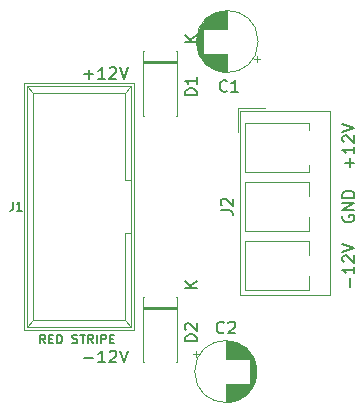
<source format=gbr>
%TF.GenerationSoftware,KiCad,Pcbnew,5.1.8-db9833491~87~ubuntu20.04.1*%
%TF.CreationDate,2020-11-21T13:57:41-05:00*%
%TF.ProjectId,powerbreakout,706f7765-7262-4726-9561-6b6f75742e6b,rev?*%
%TF.SameCoordinates,Original*%
%TF.FileFunction,Legend,Top*%
%TF.FilePolarity,Positive*%
%FSLAX46Y46*%
G04 Gerber Fmt 4.6, Leading zero omitted, Abs format (unit mm)*
G04 Created by KiCad (PCBNEW 5.1.8-db9833491~87~ubuntu20.04.1) date 2020-11-21 13:57:41*
%MOMM*%
%LPD*%
G01*
G04 APERTURE LIST*
%ADD10C,0.150000*%
%ADD11C,0.120000*%
G04 APERTURE END LIST*
D10*
X-1561785Y-11589285D02*
X-1811785Y-11232142D01*
X-1990357Y-11589285D02*
X-1990357Y-10839285D01*
X-1704642Y-10839285D01*
X-1633214Y-10875000D01*
X-1597500Y-10910714D01*
X-1561785Y-10982142D01*
X-1561785Y-11089285D01*
X-1597500Y-11160714D01*
X-1633214Y-11196428D01*
X-1704642Y-11232142D01*
X-1990357Y-11232142D01*
X-1240357Y-11196428D02*
X-990357Y-11196428D01*
X-883214Y-11589285D02*
X-1240357Y-11589285D01*
X-1240357Y-10839285D01*
X-883214Y-10839285D01*
X-561785Y-11589285D02*
X-561785Y-10839285D01*
X-383214Y-10839285D01*
X-276071Y-10875000D01*
X-204642Y-10946428D01*
X-168928Y-11017857D01*
X-133214Y-11160714D01*
X-133214Y-11267857D01*
X-168928Y-11410714D01*
X-204642Y-11482142D01*
X-276071Y-11553571D01*
X-383214Y-11589285D01*
X-561785Y-11589285D01*
X723928Y-11553571D02*
X831071Y-11589285D01*
X1009642Y-11589285D01*
X1081071Y-11553571D01*
X1116785Y-11517857D01*
X1152500Y-11446428D01*
X1152500Y-11375000D01*
X1116785Y-11303571D01*
X1081071Y-11267857D01*
X1009642Y-11232142D01*
X866785Y-11196428D01*
X795357Y-11160714D01*
X759642Y-11125000D01*
X723928Y-11053571D01*
X723928Y-10982142D01*
X759642Y-10910714D01*
X795357Y-10875000D01*
X866785Y-10839285D01*
X1045357Y-10839285D01*
X1152500Y-10875000D01*
X1366785Y-10839285D02*
X1795357Y-10839285D01*
X1581071Y-11589285D02*
X1581071Y-10839285D01*
X2473928Y-11589285D02*
X2223928Y-11232142D01*
X2045357Y-11589285D02*
X2045357Y-10839285D01*
X2331071Y-10839285D01*
X2402500Y-10875000D01*
X2438214Y-10910714D01*
X2473928Y-10982142D01*
X2473928Y-11089285D01*
X2438214Y-11160714D01*
X2402500Y-11196428D01*
X2331071Y-11232142D01*
X2045357Y-11232142D01*
X2795357Y-11589285D02*
X2795357Y-10839285D01*
X3152499Y-11589285D02*
X3152499Y-10839285D01*
X3438214Y-10839285D01*
X3509642Y-10875000D01*
X3545357Y-10910714D01*
X3581071Y-10982142D01*
X3581071Y-11089285D01*
X3545357Y-11160714D01*
X3509642Y-11196428D01*
X3438214Y-11232142D01*
X3152499Y-11232142D01*
X3902499Y-11196428D02*
X4152499Y-11196428D01*
X4259642Y-11589285D02*
X3902499Y-11589285D01*
X3902499Y-10839285D01*
X4259642Y-10839285D01*
X23630000Y-761904D02*
X23582380Y-857142D01*
X23582380Y-1000000D01*
X23630000Y-1142857D01*
X23725238Y-1238095D01*
X23820476Y-1285714D01*
X24010952Y-1333333D01*
X24153809Y-1333333D01*
X24344285Y-1285714D01*
X24439523Y-1238095D01*
X24534761Y-1142857D01*
X24582380Y-1000000D01*
X24582380Y-904761D01*
X24534761Y-761904D01*
X24487142Y-714285D01*
X24153809Y-714285D01*
X24153809Y-904761D01*
X24582380Y-285714D02*
X23582380Y-285714D01*
X24582380Y285714D01*
X23582380Y285714D01*
X24582380Y761904D02*
X23582380Y761904D01*
X23582380Y1000000D01*
X23630000Y1142857D01*
X23725238Y1238095D01*
X23820476Y1285714D01*
X24010952Y1333333D01*
X24153809Y1333333D01*
X24344285Y1285714D01*
X24439523Y1238095D01*
X24534761Y1142857D01*
X24582380Y1000000D01*
X24582380Y761904D01*
X24201428Y-6841904D02*
X24201428Y-6080000D01*
X24582380Y-5080000D02*
X24582380Y-5651428D01*
X24582380Y-5365714D02*
X23582380Y-5365714D01*
X23725238Y-5460952D01*
X23820476Y-5556190D01*
X23868095Y-5651428D01*
X23677619Y-4699047D02*
X23630000Y-4651428D01*
X23582380Y-4556190D01*
X23582380Y-4318095D01*
X23630000Y-4222857D01*
X23677619Y-4175238D01*
X23772857Y-4127619D01*
X23868095Y-4127619D01*
X24010952Y-4175238D01*
X24582380Y-4746666D01*
X24582380Y-4127619D01*
X23582380Y-3841904D02*
X24582380Y-3508571D01*
X23582380Y-3175238D01*
X24201428Y3318095D02*
X24201428Y4080000D01*
X24582380Y3699047D02*
X23820476Y3699047D01*
X24582380Y5080000D02*
X24582380Y4508571D01*
X24582380Y4794285D02*
X23582380Y4794285D01*
X23725238Y4699047D01*
X23820476Y4603809D01*
X23868095Y4508571D01*
X23677619Y5460952D02*
X23630000Y5508571D01*
X23582380Y5603809D01*
X23582380Y5841904D01*
X23630000Y5937142D01*
X23677619Y5984761D01*
X23772857Y6032380D01*
X23868095Y6032380D01*
X24010952Y5984761D01*
X24582380Y5413333D01*
X24582380Y6032380D01*
X23582380Y6318095D02*
X24582380Y6651428D01*
X23582380Y6984761D01*
D11*
%TO.C,J2*%
X14731000Y8300000D02*
X14731000Y6300000D01*
X17031000Y8300000D02*
X14731000Y8300000D01*
X20731000Y-7050000D02*
X15331000Y-7050000D01*
X20731000Y-2950000D02*
X15331000Y-2950000D01*
X15331000Y-2950000D02*
X15331000Y-7050000D01*
X20731000Y-5884000D02*
X20731000Y-7050000D01*
X20731000Y-2950000D02*
X20731000Y-4117000D01*
X20731000Y-2050000D02*
X15331000Y-2050000D01*
X20731000Y2050000D02*
X15331000Y2050000D01*
X15331000Y2050000D02*
X15331000Y-2050000D01*
X20731000Y-884000D02*
X20731000Y-2050000D01*
X20731000Y2050000D02*
X20731000Y883000D01*
X20731000Y2950000D02*
X15331000Y2950000D01*
X20731000Y7050000D02*
X15331000Y7050000D01*
X15331000Y7050000D02*
X15331000Y2950000D01*
X20731000Y3510000D02*
X20731000Y2950000D01*
X20731000Y7050000D02*
X20731000Y6490000D01*
X22531000Y-7500000D02*
X14931000Y-7500000D01*
X22531000Y8100000D02*
X14931000Y8100000D01*
X22531000Y8100000D02*
X22531000Y-7500000D01*
X14931000Y8100000D02*
X14931000Y-7500000D01*
%TO.C,J1*%
X-3405000Y-10430000D02*
X-3405000Y10430000D01*
X-3405000Y10430000D02*
X5945000Y10430000D01*
X5945000Y10430000D02*
X5945000Y-10430000D01*
X5945000Y-10430000D02*
X-3405000Y-10430000D01*
X5690000Y-10180000D02*
X-3160000Y-10180000D01*
X-3160000Y-10180000D02*
X-3160000Y10170000D01*
X-3160000Y10170000D02*
X5690000Y10170000D01*
X5690000Y10170000D02*
X5690000Y-10180000D01*
X5690000Y-10180000D02*
X5140000Y-9630000D01*
X5140000Y-9630000D02*
X-2610000Y-9630000D01*
X-2610000Y-9630000D02*
X-3160000Y-10180000D01*
X-2610000Y-9630000D02*
X-2610000Y9620000D01*
X-2610000Y9620000D02*
X-3160000Y10170000D01*
X-2610000Y9620000D02*
X5140000Y9620000D01*
X5140000Y9620000D02*
X5640000Y10120000D01*
X5140000Y9620000D02*
X5140000Y2270000D01*
X5140000Y2250000D02*
X5650000Y2250000D01*
X5640000Y-2250000D02*
X5160000Y-2250000D01*
X5140000Y-2250000D02*
X5140000Y-9630000D01*
%TO.C,D2*%
X9468000Y-7694000D02*
X9598000Y-7694000D01*
X9598000Y-7694000D02*
X9598000Y-13134000D01*
X9598000Y-13134000D02*
X9468000Y-13134000D01*
X6788000Y-7694000D02*
X6658000Y-7694000D01*
X6658000Y-7694000D02*
X6658000Y-13134000D01*
X6658000Y-13134000D02*
X6788000Y-13134000D01*
X9598000Y-8594000D02*
X6658000Y-8594000D01*
X9598000Y-8714000D02*
X6658000Y-8714000D01*
X9598000Y-8474000D02*
X6658000Y-8474000D01*
%TO.C,D1*%
X9468000Y13134000D02*
X9598000Y13134000D01*
X9598000Y13134000D02*
X9598000Y7694000D01*
X9598000Y7694000D02*
X9468000Y7694000D01*
X6788000Y13134000D02*
X6658000Y13134000D01*
X6658000Y13134000D02*
X6658000Y7694000D01*
X6658000Y7694000D02*
X6788000Y7694000D01*
X9598000Y12234000D02*
X6658000Y12234000D01*
X9598000Y12114000D02*
X6658000Y12114000D01*
X9598000Y12354000D02*
X6658000Y12354000D01*
%TO.C,C2*%
X16320000Y-13970000D02*
G75*
G03*
X16320000Y-13970000I-2620000J0D01*
G01*
X13700000Y-15010000D02*
X13700000Y-16550000D01*
X13700000Y-11390000D02*
X13700000Y-12930000D01*
X13740000Y-15010000D02*
X13740000Y-16550000D01*
X13740000Y-11390000D02*
X13740000Y-12930000D01*
X13780000Y-11391000D02*
X13780000Y-12930000D01*
X13780000Y-15010000D02*
X13780000Y-16549000D01*
X13820000Y-11392000D02*
X13820000Y-12930000D01*
X13820000Y-15010000D02*
X13820000Y-16548000D01*
X13860000Y-11394000D02*
X13860000Y-12930000D01*
X13860000Y-15010000D02*
X13860000Y-16546000D01*
X13900000Y-11397000D02*
X13900000Y-12930000D01*
X13900000Y-15010000D02*
X13900000Y-16543000D01*
X13940000Y-11401000D02*
X13940000Y-12930000D01*
X13940000Y-15010000D02*
X13940000Y-16539000D01*
X13980000Y-11405000D02*
X13980000Y-12930000D01*
X13980000Y-15010000D02*
X13980000Y-16535000D01*
X14020000Y-11409000D02*
X14020000Y-12930000D01*
X14020000Y-15010000D02*
X14020000Y-16531000D01*
X14060000Y-11414000D02*
X14060000Y-12930000D01*
X14060000Y-15010000D02*
X14060000Y-16526000D01*
X14100000Y-11420000D02*
X14100000Y-12930000D01*
X14100000Y-15010000D02*
X14100000Y-16520000D01*
X14140000Y-11427000D02*
X14140000Y-12930000D01*
X14140000Y-15010000D02*
X14140000Y-16513000D01*
X14180000Y-11434000D02*
X14180000Y-12930000D01*
X14180000Y-15010000D02*
X14180000Y-16506000D01*
X14220000Y-11442000D02*
X14220000Y-12930000D01*
X14220000Y-15010000D02*
X14220000Y-16498000D01*
X14260000Y-11450000D02*
X14260000Y-12930000D01*
X14260000Y-15010000D02*
X14260000Y-16490000D01*
X14300000Y-11459000D02*
X14300000Y-12930000D01*
X14300000Y-15010000D02*
X14300000Y-16481000D01*
X14340000Y-11469000D02*
X14340000Y-12930000D01*
X14340000Y-15010000D02*
X14340000Y-16471000D01*
X14380000Y-11479000D02*
X14380000Y-12930000D01*
X14380000Y-15010000D02*
X14380000Y-16461000D01*
X14421000Y-11490000D02*
X14421000Y-12930000D01*
X14421000Y-15010000D02*
X14421000Y-16450000D01*
X14461000Y-11502000D02*
X14461000Y-12930000D01*
X14461000Y-15010000D02*
X14461000Y-16438000D01*
X14501000Y-11515000D02*
X14501000Y-12930000D01*
X14501000Y-15010000D02*
X14501000Y-16425000D01*
X14541000Y-11528000D02*
X14541000Y-12930000D01*
X14541000Y-15010000D02*
X14541000Y-16412000D01*
X14581000Y-11542000D02*
X14581000Y-12930000D01*
X14581000Y-15010000D02*
X14581000Y-16398000D01*
X14621000Y-11556000D02*
X14621000Y-12930000D01*
X14621000Y-15010000D02*
X14621000Y-16384000D01*
X14661000Y-11572000D02*
X14661000Y-12930000D01*
X14661000Y-15010000D02*
X14661000Y-16368000D01*
X14701000Y-11588000D02*
X14701000Y-12930000D01*
X14701000Y-15010000D02*
X14701000Y-16352000D01*
X14741000Y-11605000D02*
X14741000Y-12930000D01*
X14741000Y-15010000D02*
X14741000Y-16335000D01*
X14781000Y-11622000D02*
X14781000Y-12930000D01*
X14781000Y-15010000D02*
X14781000Y-16318000D01*
X14821000Y-11641000D02*
X14821000Y-12930000D01*
X14821000Y-15010000D02*
X14821000Y-16299000D01*
X14861000Y-11660000D02*
X14861000Y-12930000D01*
X14861000Y-15010000D02*
X14861000Y-16280000D01*
X14901000Y-11680000D02*
X14901000Y-12930000D01*
X14901000Y-15010000D02*
X14901000Y-16260000D01*
X14941000Y-11702000D02*
X14941000Y-12930000D01*
X14941000Y-15010000D02*
X14941000Y-16238000D01*
X14981000Y-11723000D02*
X14981000Y-12930000D01*
X14981000Y-15010000D02*
X14981000Y-16217000D01*
X15021000Y-11746000D02*
X15021000Y-12930000D01*
X15021000Y-15010000D02*
X15021000Y-16194000D01*
X15061000Y-11770000D02*
X15061000Y-12930000D01*
X15061000Y-15010000D02*
X15061000Y-16170000D01*
X15101000Y-11795000D02*
X15101000Y-12930000D01*
X15101000Y-15010000D02*
X15101000Y-16145000D01*
X15141000Y-11821000D02*
X15141000Y-12930000D01*
X15141000Y-15010000D02*
X15141000Y-16119000D01*
X15181000Y-11848000D02*
X15181000Y-12930000D01*
X15181000Y-15010000D02*
X15181000Y-16092000D01*
X15221000Y-11875000D02*
X15221000Y-12930000D01*
X15221000Y-15010000D02*
X15221000Y-16065000D01*
X15261000Y-11905000D02*
X15261000Y-12930000D01*
X15261000Y-15010000D02*
X15261000Y-16035000D01*
X15301000Y-11935000D02*
X15301000Y-12930000D01*
X15301000Y-15010000D02*
X15301000Y-16005000D01*
X15341000Y-11966000D02*
X15341000Y-12930000D01*
X15341000Y-15010000D02*
X15341000Y-15974000D01*
X15381000Y-11999000D02*
X15381000Y-12930000D01*
X15381000Y-15010000D02*
X15381000Y-15941000D01*
X15421000Y-12033000D02*
X15421000Y-12930000D01*
X15421000Y-15010000D02*
X15421000Y-15907000D01*
X15461000Y-12069000D02*
X15461000Y-12930000D01*
X15461000Y-15010000D02*
X15461000Y-15871000D01*
X15501000Y-12106000D02*
X15501000Y-12930000D01*
X15501000Y-15010000D02*
X15501000Y-15834000D01*
X15541000Y-12144000D02*
X15541000Y-12930000D01*
X15541000Y-15010000D02*
X15541000Y-15796000D01*
X15581000Y-12185000D02*
X15581000Y-12930000D01*
X15581000Y-15010000D02*
X15581000Y-15755000D01*
X15621000Y-12227000D02*
X15621000Y-12930000D01*
X15621000Y-15010000D02*
X15621000Y-15713000D01*
X15661000Y-12271000D02*
X15661000Y-12930000D01*
X15661000Y-15010000D02*
X15661000Y-15669000D01*
X15701000Y-12317000D02*
X15701000Y-12930000D01*
X15701000Y-15010000D02*
X15701000Y-15623000D01*
X15741000Y-12365000D02*
X15741000Y-15575000D01*
X15781000Y-12416000D02*
X15781000Y-15524000D01*
X15821000Y-12470000D02*
X15821000Y-15470000D01*
X15861000Y-12527000D02*
X15861000Y-15413000D01*
X15901000Y-12587000D02*
X15901000Y-15353000D01*
X15941000Y-12651000D02*
X15941000Y-15289000D01*
X15981000Y-12719000D02*
X15981000Y-15221000D01*
X16021000Y-12792000D02*
X16021000Y-15148000D01*
X16061000Y-12872000D02*
X16061000Y-15068000D01*
X16101000Y-12959000D02*
X16101000Y-14981000D01*
X16141000Y-13055000D02*
X16141000Y-14885000D01*
X16181000Y-13165000D02*
X16181000Y-14775000D01*
X16221000Y-13293000D02*
X16221000Y-14647000D01*
X16261000Y-13452000D02*
X16261000Y-14488000D01*
X16301000Y-13686000D02*
X16301000Y-14254000D01*
X10895225Y-12495000D02*
X11395225Y-12495000D01*
X11145225Y-12245000D02*
X11145225Y-12745000D01*
%TO.C,C1*%
X16447000Y13970000D02*
G75*
G03*
X16447000Y13970000I-2620000J0D01*
G01*
X13827000Y15010000D02*
X13827000Y16550000D01*
X13827000Y11390000D02*
X13827000Y12930000D01*
X13787000Y15010000D02*
X13787000Y16550000D01*
X13787000Y11390000D02*
X13787000Y12930000D01*
X13747000Y11391000D02*
X13747000Y12930000D01*
X13747000Y15010000D02*
X13747000Y16549000D01*
X13707000Y11392000D02*
X13707000Y12930000D01*
X13707000Y15010000D02*
X13707000Y16548000D01*
X13667000Y11394000D02*
X13667000Y12930000D01*
X13667000Y15010000D02*
X13667000Y16546000D01*
X13627000Y11397000D02*
X13627000Y12930000D01*
X13627000Y15010000D02*
X13627000Y16543000D01*
X13587000Y11401000D02*
X13587000Y12930000D01*
X13587000Y15010000D02*
X13587000Y16539000D01*
X13547000Y11405000D02*
X13547000Y12930000D01*
X13547000Y15010000D02*
X13547000Y16535000D01*
X13507000Y11409000D02*
X13507000Y12930000D01*
X13507000Y15010000D02*
X13507000Y16531000D01*
X13467000Y11414000D02*
X13467000Y12930000D01*
X13467000Y15010000D02*
X13467000Y16526000D01*
X13427000Y11420000D02*
X13427000Y12930000D01*
X13427000Y15010000D02*
X13427000Y16520000D01*
X13387000Y11427000D02*
X13387000Y12930000D01*
X13387000Y15010000D02*
X13387000Y16513000D01*
X13347000Y11434000D02*
X13347000Y12930000D01*
X13347000Y15010000D02*
X13347000Y16506000D01*
X13307000Y11442000D02*
X13307000Y12930000D01*
X13307000Y15010000D02*
X13307000Y16498000D01*
X13267000Y11450000D02*
X13267000Y12930000D01*
X13267000Y15010000D02*
X13267000Y16490000D01*
X13227000Y11459000D02*
X13227000Y12930000D01*
X13227000Y15010000D02*
X13227000Y16481000D01*
X13187000Y11469000D02*
X13187000Y12930000D01*
X13187000Y15010000D02*
X13187000Y16471000D01*
X13147000Y11479000D02*
X13147000Y12930000D01*
X13147000Y15010000D02*
X13147000Y16461000D01*
X13106000Y11490000D02*
X13106000Y12930000D01*
X13106000Y15010000D02*
X13106000Y16450000D01*
X13066000Y11502000D02*
X13066000Y12930000D01*
X13066000Y15010000D02*
X13066000Y16438000D01*
X13026000Y11515000D02*
X13026000Y12930000D01*
X13026000Y15010000D02*
X13026000Y16425000D01*
X12986000Y11528000D02*
X12986000Y12930000D01*
X12986000Y15010000D02*
X12986000Y16412000D01*
X12946000Y11542000D02*
X12946000Y12930000D01*
X12946000Y15010000D02*
X12946000Y16398000D01*
X12906000Y11556000D02*
X12906000Y12930000D01*
X12906000Y15010000D02*
X12906000Y16384000D01*
X12866000Y11572000D02*
X12866000Y12930000D01*
X12866000Y15010000D02*
X12866000Y16368000D01*
X12826000Y11588000D02*
X12826000Y12930000D01*
X12826000Y15010000D02*
X12826000Y16352000D01*
X12786000Y11605000D02*
X12786000Y12930000D01*
X12786000Y15010000D02*
X12786000Y16335000D01*
X12746000Y11622000D02*
X12746000Y12930000D01*
X12746000Y15010000D02*
X12746000Y16318000D01*
X12706000Y11641000D02*
X12706000Y12930000D01*
X12706000Y15010000D02*
X12706000Y16299000D01*
X12666000Y11660000D02*
X12666000Y12930000D01*
X12666000Y15010000D02*
X12666000Y16280000D01*
X12626000Y11680000D02*
X12626000Y12930000D01*
X12626000Y15010000D02*
X12626000Y16260000D01*
X12586000Y11702000D02*
X12586000Y12930000D01*
X12586000Y15010000D02*
X12586000Y16238000D01*
X12546000Y11723000D02*
X12546000Y12930000D01*
X12546000Y15010000D02*
X12546000Y16217000D01*
X12506000Y11746000D02*
X12506000Y12930000D01*
X12506000Y15010000D02*
X12506000Y16194000D01*
X12466000Y11770000D02*
X12466000Y12930000D01*
X12466000Y15010000D02*
X12466000Y16170000D01*
X12426000Y11795000D02*
X12426000Y12930000D01*
X12426000Y15010000D02*
X12426000Y16145000D01*
X12386000Y11821000D02*
X12386000Y12930000D01*
X12386000Y15010000D02*
X12386000Y16119000D01*
X12346000Y11848000D02*
X12346000Y12930000D01*
X12346000Y15010000D02*
X12346000Y16092000D01*
X12306000Y11875000D02*
X12306000Y12930000D01*
X12306000Y15010000D02*
X12306000Y16065000D01*
X12266000Y11905000D02*
X12266000Y12930000D01*
X12266000Y15010000D02*
X12266000Y16035000D01*
X12226000Y11935000D02*
X12226000Y12930000D01*
X12226000Y15010000D02*
X12226000Y16005000D01*
X12186000Y11966000D02*
X12186000Y12930000D01*
X12186000Y15010000D02*
X12186000Y15974000D01*
X12146000Y11999000D02*
X12146000Y12930000D01*
X12146000Y15010000D02*
X12146000Y15941000D01*
X12106000Y12033000D02*
X12106000Y12930000D01*
X12106000Y15010000D02*
X12106000Y15907000D01*
X12066000Y12069000D02*
X12066000Y12930000D01*
X12066000Y15010000D02*
X12066000Y15871000D01*
X12026000Y12106000D02*
X12026000Y12930000D01*
X12026000Y15010000D02*
X12026000Y15834000D01*
X11986000Y12144000D02*
X11986000Y12930000D01*
X11986000Y15010000D02*
X11986000Y15796000D01*
X11946000Y12185000D02*
X11946000Y12930000D01*
X11946000Y15010000D02*
X11946000Y15755000D01*
X11906000Y12227000D02*
X11906000Y12930000D01*
X11906000Y15010000D02*
X11906000Y15713000D01*
X11866000Y12271000D02*
X11866000Y12930000D01*
X11866000Y15010000D02*
X11866000Y15669000D01*
X11826000Y12317000D02*
X11826000Y12930000D01*
X11826000Y15010000D02*
X11826000Y15623000D01*
X11786000Y12365000D02*
X11786000Y15575000D01*
X11746000Y12416000D02*
X11746000Y15524000D01*
X11706000Y12470000D02*
X11706000Y15470000D01*
X11666000Y12527000D02*
X11666000Y15413000D01*
X11626000Y12587000D02*
X11626000Y15353000D01*
X11586000Y12651000D02*
X11586000Y15289000D01*
X11546000Y12719000D02*
X11546000Y15221000D01*
X11506000Y12792000D02*
X11506000Y15148000D01*
X11466000Y12872000D02*
X11466000Y15068000D01*
X11426000Y12959000D02*
X11426000Y14981000D01*
X11386000Y13055000D02*
X11386000Y14885000D01*
X11346000Y13165000D02*
X11346000Y14775000D01*
X11306000Y13293000D02*
X11306000Y14647000D01*
X11266000Y13452000D02*
X11266000Y14488000D01*
X11226000Y13686000D02*
X11226000Y14254000D01*
X16631775Y12495000D02*
X16131775Y12495000D01*
X16381775Y12245000D02*
X16381775Y12745000D01*
%TO.C,J2*%
D10*
X13295380Y-333333D02*
X14009666Y-333333D01*
X14152523Y-380952D01*
X14247761Y-476190D01*
X14295380Y-619047D01*
X14295380Y-714285D01*
X13390619Y95238D02*
X13343000Y142857D01*
X13295380Y238095D01*
X13295380Y476190D01*
X13343000Y571428D01*
X13390619Y619047D01*
X13485857Y666666D01*
X13581095Y666666D01*
X13723952Y619047D01*
X14295380Y47619D01*
X14295380Y666666D01*
%TO.C,J1*%
X-4314000Y410714D02*
X-4314000Y-125000D01*
X-4349714Y-232142D01*
X-4421142Y-303571D01*
X-4528285Y-339285D01*
X-4599714Y-339285D01*
X-3564000Y-339285D02*
X-3992571Y-339285D01*
X-3778285Y-339285D02*
X-3778285Y410714D01*
X-3849714Y303571D01*
X-3921142Y232142D01*
X-3992571Y196428D01*
X1738095Y-12821428D02*
X2500000Y-12821428D01*
X3500000Y-13202380D02*
X2928571Y-13202380D01*
X3214285Y-13202380D02*
X3214285Y-12202380D01*
X3119047Y-12345238D01*
X3023809Y-12440476D01*
X2928571Y-12488095D01*
X3880952Y-12297619D02*
X3928571Y-12250000D01*
X4023809Y-12202380D01*
X4261904Y-12202380D01*
X4357142Y-12250000D01*
X4404761Y-12297619D01*
X4452380Y-12392857D01*
X4452380Y-12488095D01*
X4404761Y-12630952D01*
X3833333Y-13202380D01*
X4452380Y-13202380D01*
X4738095Y-12202380D02*
X5071428Y-13202380D01*
X5404761Y-12202380D01*
X1738095Y11178571D02*
X2500000Y11178571D01*
X2119047Y10797619D02*
X2119047Y11559523D01*
X3500000Y10797619D02*
X2928571Y10797619D01*
X3214285Y10797619D02*
X3214285Y11797619D01*
X3119047Y11654761D01*
X3023809Y11559523D01*
X2928571Y11511904D01*
X3880952Y11702380D02*
X3928571Y11750000D01*
X4023809Y11797619D01*
X4261904Y11797619D01*
X4357142Y11750000D01*
X4404761Y11702380D01*
X4452380Y11607142D01*
X4452380Y11511904D01*
X4404761Y11369047D01*
X3833333Y10797619D01*
X4452380Y10797619D01*
X4738095Y11797619D02*
X5071428Y10797619D01*
X5404761Y11797619D01*
%TO.C,D2*%
X11247380Y-11406095D02*
X10247380Y-11406095D01*
X10247380Y-11168000D01*
X10295000Y-11025142D01*
X10390238Y-10929904D01*
X10485476Y-10882285D01*
X10675952Y-10834666D01*
X10818809Y-10834666D01*
X11009285Y-10882285D01*
X11104523Y-10929904D01*
X11199761Y-11025142D01*
X11247380Y-11168000D01*
X11247380Y-11406095D01*
X10342619Y-10453714D02*
X10295000Y-10406095D01*
X10247380Y-10310857D01*
X10247380Y-10072761D01*
X10295000Y-9977523D01*
X10342619Y-9929904D01*
X10437857Y-9882285D01*
X10533095Y-9882285D01*
X10675952Y-9929904D01*
X11247380Y-10501333D01*
X11247380Y-9882285D01*
X11247380Y-6865904D02*
X10247380Y-6865904D01*
X11247380Y-6294476D02*
X10675952Y-6723047D01*
X10247380Y-6294476D02*
X10818809Y-6865904D01*
%TO.C,D1*%
X11247380Y9421904D02*
X10247380Y9421904D01*
X10247380Y9660000D01*
X10295000Y9802857D01*
X10390238Y9898095D01*
X10485476Y9945714D01*
X10675952Y9993333D01*
X10818809Y9993333D01*
X11009285Y9945714D01*
X11104523Y9898095D01*
X11199761Y9802857D01*
X11247380Y9660000D01*
X11247380Y9421904D01*
X11247380Y10945714D02*
X11247380Y10374285D01*
X11247380Y10660000D02*
X10247380Y10660000D01*
X10390238Y10564761D01*
X10485476Y10469523D01*
X10533095Y10374285D01*
X11247380Y13962095D02*
X10247380Y13962095D01*
X11247380Y14533523D02*
X10675952Y14104952D01*
X10247380Y14533523D02*
X10818809Y13962095D01*
%TO.C,C2*%
X13549333Y-10644142D02*
X13501714Y-10691761D01*
X13358857Y-10739380D01*
X13263619Y-10739380D01*
X13120761Y-10691761D01*
X13025523Y-10596523D01*
X12977904Y-10501285D01*
X12930285Y-10310809D01*
X12930285Y-10167952D01*
X12977904Y-9977476D01*
X13025523Y-9882238D01*
X13120761Y-9787000D01*
X13263619Y-9739380D01*
X13358857Y-9739380D01*
X13501714Y-9787000D01*
X13549333Y-9834619D01*
X13930285Y-9834619D02*
X13977904Y-9787000D01*
X14073142Y-9739380D01*
X14311238Y-9739380D01*
X14406476Y-9787000D01*
X14454095Y-9834619D01*
X14501714Y-9929857D01*
X14501714Y-10025095D01*
X14454095Y-10167952D01*
X13882666Y-10739380D01*
X14501714Y-10739380D01*
%TO.C,C1*%
X13803333Y9802857D02*
X13755714Y9755238D01*
X13612857Y9707619D01*
X13517619Y9707619D01*
X13374761Y9755238D01*
X13279523Y9850476D01*
X13231904Y9945714D01*
X13184285Y10136190D01*
X13184285Y10279047D01*
X13231904Y10469523D01*
X13279523Y10564761D01*
X13374761Y10660000D01*
X13517619Y10707619D01*
X13612857Y10707619D01*
X13755714Y10660000D01*
X13803333Y10612380D01*
X14755714Y9707619D02*
X14184285Y9707619D01*
X14470000Y9707619D02*
X14470000Y10707619D01*
X14374761Y10564761D01*
X14279523Y10469523D01*
X14184285Y10421904D01*
%TD*%
M02*

</source>
